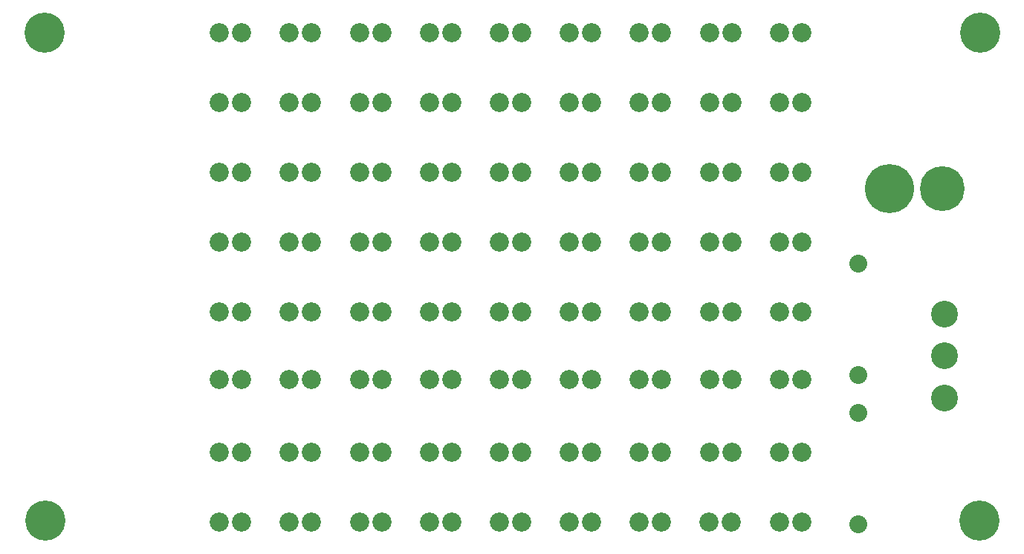
<source format=gts>
G04 (created by PCBNEW-RS274X (2011-nov-30)-testing) date Thu 30 Aug 2012 11:44:27 AM PDT*
%MOIN*%
G04 Gerber Fmt 3.4, Leading zero omitted, Abs format*
%FSLAX34Y34*%
G01*
G70*
G90*
G04 APERTURE LIST*
%ADD10C,0.006*%
%ADD11C,0.08*%
%ADD12C,0.22*%
%ADD13C,0.2011*%
%ADD14C,0.18*%
%ADD15C,0.12*%
%ADD16C,0.086*%
G04 APERTURE END LIST*
G54D10*
G54D11*
X62150Y-57600D03*
X62150Y-52600D03*
X62150Y-50900D03*
X62150Y-45900D03*
G54D12*
X63551Y-42545D03*
G54D13*
X65913Y-42545D03*
G54D14*
X25683Y-57437D03*
X67598Y-35544D03*
X67577Y-57437D03*
X25642Y-35544D03*
G54D15*
X66000Y-51915D03*
X66000Y-50045D03*
X66000Y-48175D03*
G54D16*
X33488Y-35515D03*
X34488Y-35515D03*
X42910Y-57500D03*
X43910Y-57500D03*
X46050Y-57500D03*
X47050Y-57500D03*
X49191Y-57500D03*
X50191Y-57500D03*
X52331Y-57500D03*
X53331Y-57500D03*
X55463Y-57500D03*
X56463Y-57500D03*
X58612Y-57500D03*
X59612Y-57500D03*
X36629Y-57500D03*
X37629Y-57500D03*
X39769Y-57500D03*
X40769Y-57500D03*
X39769Y-54360D03*
X40769Y-54360D03*
X42910Y-54360D03*
X43910Y-54360D03*
X46050Y-54360D03*
X47050Y-54360D03*
X49191Y-54360D03*
X50191Y-54360D03*
X52331Y-54360D03*
X53331Y-54360D03*
X55472Y-54360D03*
X56472Y-54360D03*
X58612Y-54360D03*
X59612Y-54360D03*
X36629Y-54360D03*
X37629Y-54360D03*
X39769Y-51101D03*
X40769Y-51101D03*
X42910Y-51101D03*
X43910Y-51101D03*
X46050Y-51101D03*
X47050Y-51101D03*
X49191Y-51101D03*
X50191Y-51101D03*
X52331Y-51101D03*
X53331Y-51101D03*
X55472Y-51101D03*
X56472Y-51101D03*
X58612Y-51101D03*
X59612Y-51101D03*
X36629Y-51101D03*
X37629Y-51101D03*
X36629Y-48079D03*
X37629Y-48079D03*
X39769Y-48079D03*
X40769Y-48079D03*
X46050Y-48079D03*
X47050Y-48079D03*
X42910Y-48079D03*
X43910Y-48079D03*
X49191Y-48079D03*
X50191Y-48079D03*
X52331Y-48079D03*
X53331Y-48079D03*
X55472Y-48079D03*
X56472Y-48079D03*
X58612Y-48079D03*
X59612Y-48079D03*
X33488Y-48079D03*
X34488Y-48079D03*
X33488Y-51101D03*
X34488Y-51101D03*
X33488Y-54360D03*
X34488Y-54360D03*
X33488Y-57500D03*
X34488Y-57500D03*
X58612Y-44938D03*
X59612Y-44938D03*
X36629Y-44938D03*
X37629Y-44938D03*
X39769Y-44938D03*
X40769Y-44938D03*
X42910Y-44938D03*
X43910Y-44938D03*
X46050Y-44938D03*
X47050Y-44938D03*
X49191Y-44938D03*
X50191Y-44938D03*
X52331Y-44938D03*
X53331Y-44938D03*
X55472Y-44938D03*
X56472Y-44938D03*
X33488Y-44938D03*
X34488Y-44938D03*
X55472Y-41797D03*
X56472Y-41797D03*
X58612Y-41797D03*
X59612Y-41797D03*
X36629Y-41797D03*
X37629Y-41797D03*
X39769Y-41797D03*
X40769Y-41797D03*
X42910Y-41797D03*
X43910Y-41797D03*
X46050Y-41797D03*
X47050Y-41797D03*
X49191Y-41797D03*
X50191Y-41797D03*
X52331Y-41797D03*
X53331Y-41797D03*
X58612Y-38656D03*
X59612Y-38656D03*
X55472Y-38656D03*
X56472Y-38656D03*
X52331Y-38656D03*
X53331Y-38656D03*
X49191Y-38656D03*
X50191Y-38656D03*
X46050Y-38656D03*
X47050Y-38656D03*
X42910Y-38656D03*
X43910Y-38656D03*
X39769Y-38656D03*
X40769Y-38656D03*
X36629Y-38656D03*
X37629Y-38656D03*
X33488Y-38656D03*
X34488Y-38656D03*
X58612Y-35515D03*
X59612Y-35515D03*
X55472Y-35515D03*
X56472Y-35515D03*
X52331Y-35515D03*
X53331Y-35515D03*
X49191Y-35515D03*
X50191Y-35515D03*
X46050Y-35515D03*
X47050Y-35515D03*
X42910Y-35515D03*
X43910Y-35515D03*
X39769Y-35515D03*
X40769Y-35515D03*
X36629Y-35515D03*
X37629Y-35515D03*
X33488Y-41797D03*
X34488Y-41797D03*
M02*

</source>
